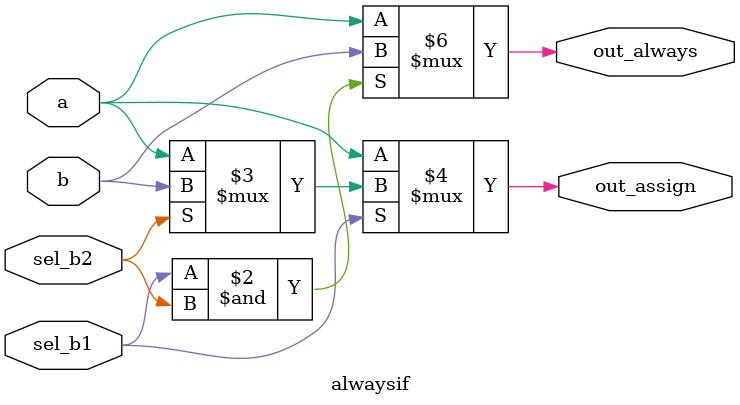
<source format=v>
module alwaysif(
    input a,
    input b,
    input sel_b1,
    input sel_b2,
    output wire out_assign,
    output reg out_always   ); 
    always @(* ) begin
        if(sel_b1&sel_b2)
        begin 
            out_always<=b;
        end
        else begin
            out_always<=a;
        end
    end
    assign out_assign=sel_b1? sel_b2? b:a :a;

endmodule
</source>
